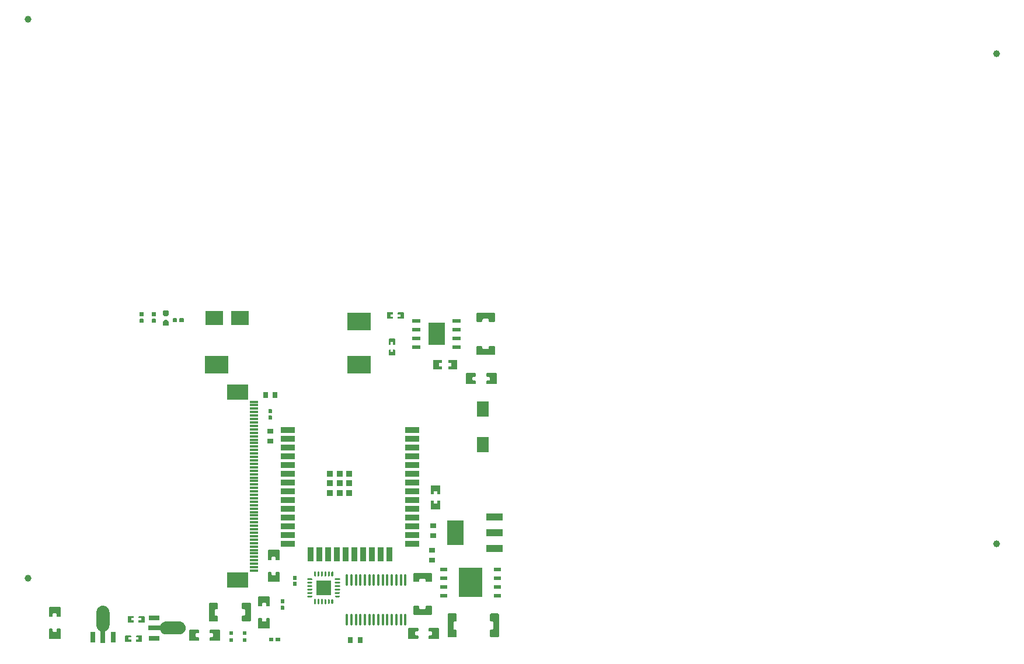
<source format=gtp>
G04 Layer: TopPasteMaskLayer*
G04 EasyEDA Pro v2.1.49.573a4102.674264, 2024-03-06 21:11:32*
G04 Gerber Generator version 0.3*
G04 Scale: 100 percent, Rotated: No, Reflected: No*
G04 Dimensions in millimeters*
G04 Leading zeros omitted, absolute positions, 3 integers and 5 decimals*
G04 Panelize: V-CUT, Column: 2, Row: 2, Board Size: 105.286mm x 50.038mm, Panelized Board Size: 174.323mm x 101.42mm, Panelized Method: Only Board Outline*
%FSLAX35Y35*%
%MOMM*%
%AMOval*1,1,$1,$2,$3*1,1,$1,$4,$5*20,1,$1,$2,$3,$4,$5,0*%
%ADD10C,1.0*%
%ADD11R,1.2X0.3*%
%ADD12R,3.09999X2.3*%
%ADD13R,2.47X0.98001*%
%ADD14R,2.47X3.59999*%
%ADD15R,1.2X0.6*%
%ADD16R,2.4089X3.29999*%
%ADD17R,2.4X3.29999*%
%ADD18R,3.39999X4.29999*%
%ADD19R,1.0X0.6*%
%ADD20R,1.0X0.6*%
%ADD21R,0.67201X1.575*%
%ADD22R,1.575X0.67201*%
%ADD23R,2.1X0.95001*%
%ADD24R,0.95001X2.1*%
%ADD25R,0.9X0.9*%
%ADD26R,3.5X2.5*%
%ADD27R,2.5X2.0*%
%ADD28R,0.9X0.8*%
%ADD29R,0.8X0.9*%
%ADD30R,0.6X0.6*%
%ADD31R,1.7X2.2*%
%ADD32Oval,0.343X0.0X-0.69425X0.0X0.69425*%
G75*


G04 Panelize Start*
G54D10*
G01X1692427Y1012827D03*
G01X15739827Y1512827D03*
G01X1692427Y9129119D03*
G01X15739827Y8629119D03*
G04 Panelize End*

G04 PolygonModel Start*
G36*
G01X5755895Y736139D02*
G02X5755895Y764140I0J14000D01*
G01X5807894D01*
G02Y736139I0J-14000D01*
G01X5755895D01*
G37*
G36*
G01X5755895Y786126D02*
G02X5755895Y814127I0J14000D01*
G01X5807894D01*
G02Y786126I-0J-14000D01*
G01X5755895D01*
G37*
G36*
G01X5755895Y836139D02*
G02X5755895Y864140I0J14000D01*
G01X5807894D01*
G02Y836139I0J-14000D01*
G01X5755895D01*
G37*
G36*
G01X5755895Y886126D02*
G02X5755895Y914127I0J14000D01*
G01X5807894D01*
G02Y886126I-0J-14000D01*
G01X5755895D01*
G37*
G36*
G01X5755895Y936139D02*
G02X5755895Y964140I0J14000D01*
G01X5807894D01*
G02Y936139I-0J-14000D01*
G01X5755895D01*
G37*
G36*
G01X5755895Y986126D02*
G02X5755895Y1014127I0J14000D01*
G01X5807894D01*
G02Y986126I0J-14000D01*
G01X5755895D01*
G37*
G36*
G01X5843688Y1101132D02*
G02X5871689Y1101132I14000J0D01*
G01Y1049133D01*
G02X5843688I-14000J0D01*
G01Y1101132D01*
G37*
G36*
G01X5892888Y1101132D02*
G02X5920889Y1101132I14000J0D01*
G01Y1049133D01*
G02X5892888I-14000J0D01*
G01Y1101132D01*
G37*
G36*
G01X5942900Y1101132D02*
G02X5970901Y1101132I14000J0D01*
G01Y1049133D01*
G02X5942900I-14000J0D01*
G01Y1101132D01*
G37*
G36*
G01X5992887Y1101132D02*
G02X6020888Y1101132I14000J-0D01*
G01Y1049133D01*
G02X5992887I-14000J0D01*
G01Y1101132D01*
G37*
G36*
G01X6042900Y1101132D02*
G02X6070901Y1101132I14000J-0D01*
G01Y1049133D01*
G02X6042900I-14000J0D01*
G01Y1101132D01*
G37*
G36*
G01X6092887Y1101132D02*
G02X6120888Y1101132I14000J-0D01*
G01Y1049133D01*
G02X6092887I-14000J0D01*
G01Y1101132D01*
G37*
G36*
G01X6155894Y986126D02*
G02X6155894Y1014127I0J14000D01*
G01X6207893D01*
G02Y986126I0J-14000D01*
G01X6155894D01*
G37*
G36*
G01X6155894Y936139D02*
G02X6155894Y964140I0J14000D01*
G01X6207893D01*
G02Y936139I-0J-14000D01*
G01X6155894D01*
G37*
G36*
G01X6155894Y886126D02*
G02X6155894Y914127I0J14000D01*
G01X6207893D01*
G02Y886126I-0J-14000D01*
G01X6155894D01*
G37*
G36*
G01X6155894Y836139D02*
G02X6155894Y864140I0J14000D01*
G01X6207893D01*
G02Y836139I0J-14000D01*
G01X6155894D01*
G37*
G36*
G01X6155894Y786126D02*
G02X6155894Y814127I0J14000D01*
G01X6207893D01*
G02Y786126I-0J-14000D01*
G01X6155894D01*
G37*
G36*
G01X6155894Y736139D02*
G02X6155894Y764140I0J14000D01*
G01X6207893D01*
G02Y736139I0J-14000D01*
G01X6155894D01*
G37*
G36*
G01X6092887Y701133D02*
G02X6120888Y701133I14000J-0D01*
G01Y649134D01*
G02X6092887I-14000J0D01*
G01Y701133D01*
G37*
G36*
G01X6042900Y701133D02*
G02X6070901Y701133I14000J-0D01*
G01Y649134D01*
G02X6042900I-14000J0D01*
G01Y701133D01*
G37*
G36*
G01X5992887Y701133D02*
G02X6020888Y701133I14000J-0D01*
G01Y649134D01*
G02X5992887I-14000J0D01*
G01Y701133D01*
G37*
G36*
G01X5942900Y701133D02*
G02X5970901Y701133I14000J0D01*
G01Y649134D01*
G02X5942900I-14000J0D01*
G01Y701133D01*
G37*
G36*
G01X5892888Y701133D02*
G02X5920889Y701133I14000J0D01*
G01Y649134D01*
G02X5892888I-14000J0D01*
G01Y701133D01*
G37*
G36*
G01X5842900Y701133D02*
G02X5870901Y701133I14000J0D01*
G01Y649134D01*
G02X5842900I-14000J0D01*
G01Y701133D01*
G37*
G36*
G01X5875138Y983134D02*
G01X6091140Y983134D01*
G01Y767132D01*
G01X5875138D01*
G01Y983134D01*
G37*
G36*
G01X7505908Y285733D02*
G01X7505908Y252274D01*
G01X7515908Y242274D01*
G01X7546398D01*
G01X7556398Y232274D01*
G01Y197192D01*
G01X7546398Y187192D01*
G01X7515908D01*
G01X7505908Y177192D01*
G01Y143732D01*
G01X7515908Y133732D01*
G01X7644407D01*
G01X7654407Y143732D01*
G01Y285733D01*
G01X7644407Y295733D01*
G01X7515908D01*
G01X7505908Y285733D01*
G37*
G36*
G01X7355906Y285733D02*
G01X7355906Y252274D01*
G01X7345906Y242274D01*
G01X7315416D01*
G01X7305416Y232274D01*
G01Y197192D01*
G01X7315416Y187192D01*
G01X7345906D01*
G01X7355906Y177192D01*
G01Y143732D01*
G01X7345906Y133732D01*
G01X7217407D01*
G01X7207407Y143732D01*
G01Y285733D01*
G01X7217407Y295733D01*
G01X7345906D01*
G01X7355906Y285733D01*
G37*
G36*
G01X7291799Y612399D02*
G01X7360900Y612399D01*
G01X7370900Y602399D01*
G01Y578795D01*
G01X7380900Y568795D01*
G01X7452700D01*
G01X7462700Y578795D01*
G01Y602399D01*
G01X7472700Y612399D01*
G01X7541801D01*
G01X7551801Y602399D01*
G01Y494147D01*
G01X7541801Y484147D01*
G01X7291799D01*
G01X7281799Y494147D01*
G01Y602399D01*
G01X7291799Y612399D01*
G37*
G36*
G01X7291799Y962401D02*
G01X7360900Y962401D01*
G01X7370900Y972401D01*
G01Y996005D01*
G01X7380900Y1006005D01*
G01X7452700D01*
G01X7462700Y996005D01*
G01Y972401D01*
G01X7472700Y962401D01*
G01X7541801D01*
G01X7551801Y972401D01*
G01Y1080653D01*
G01X7541801Y1090653D01*
G01X7291799D01*
G01X7281799Y1080653D01*
G01Y972401D01*
G01X7291799Y962401D01*
G37*
G36*
G01X4797801Y395699D02*
G01X4797801Y464800D01*
G01X4807801Y474800D01*
G01X4831405D01*
G01X4841405Y484800D01*
G01Y556600D01*
G01X4831405Y566600D01*
G01X4807801D01*
G01X4797801Y576600D01*
G01Y645701D01*
G01X4807801Y655701D01*
G01X4916053D01*
G01X4926053Y645701D01*
G01Y395699D01*
G01X4916053Y385699D01*
G01X4807801D01*
G01X4797801Y395699D01*
G37*
G36*
G01X4447799Y395699D02*
G01X4447799Y464800D01*
G01X4437799Y474800D01*
G01X4414195D01*
G01X4404195Y484800D01*
G01Y556600D01*
G01X4414195Y566600D01*
G01X4437799D01*
G01X4447799Y576600D01*
G01Y645701D01*
G01X4437799Y655701D01*
G01X4329547D01*
G01X4319547Y645701D01*
G01Y395699D01*
G01X4329547Y385699D01*
G01X4437799D01*
G01X4447799Y395699D01*
G37*
G36*
G01X4329501Y261501D02*
G01X4329501Y228041D01*
G01X4339501Y218041D01*
G01X4369991D01*
G01X4379991Y208041D01*
G01Y172959D01*
G01X4369991Y162959D01*
G01X4339501D01*
G01X4329501Y152959D01*
G01Y119499D01*
G01X4339501Y109499D01*
G01X4468000D01*
G01X4478000Y119499D01*
G01Y261501D01*
G01X4468000Y271501D01*
G01X4339501D01*
G01X4329501Y261501D01*
G37*
G36*
G01X4179499Y261501D02*
G01X4179499Y228041D01*
G01X4169499Y218041D01*
G01X4139009D01*
G01X4129009Y208041D01*
G01Y172959D01*
G01X4139009Y162959D01*
G01X4169499D01*
G01X4179499Y152959D01*
G01Y119499D01*
G01X4169499Y109499D01*
G01X4041000D01*
G01X4031000Y119499D01*
G01Y261501D01*
G01X4041000Y271501D01*
G01X4169499D01*
G01X4179499Y261501D01*
G37*
G36*
G01X3383402Y464099D02*
G01X3303402Y464099D01*
G01X3298401Y459097D01*
G01Y436301D01*
G01X3335401D01*
G01Y403301D01*
G01X3298401D01*
G01Y379098D01*
G01X3303402Y374099D01*
G01X3383402D01*
G01X3388401Y379098D01*
G01Y459097D01*
G01X3383402Y464099D01*
G37*
G36*
G01X3228401Y459097D02*
G01X3228401Y436301D01*
G01X3190403D01*
G01Y403301D01*
G01X3228401D01*
G01Y379098D01*
G01X3223402Y374099D01*
G01X3144403D01*
G01X3139402Y379098D01*
G01Y459097D01*
G01X3144403Y464099D01*
G01X3223402D01*
G01X3228401Y459097D01*
G37*
G36*
G01X3106298Y94701D02*
G01X3186298Y94701D01*
G01X3191299Y99703D01*
G01Y122499D01*
G01X3154299D01*
G01Y155499D01*
G01X3191299D01*
G01Y179702D01*
G01X3186298Y184701D01*
G01X3106298D01*
G01X3101299Y179702D01*
G01Y99703D01*
G01X3106298Y94701D01*
G37*
G36*
G01X3261299Y99703D02*
G01X3261299Y122499D01*
G01X3299297D01*
G01Y155499D01*
G01X3261299D01*
G01Y179702D01*
G01X3266298Y184701D01*
G01X3345297D01*
G01X3350298Y179702D01*
G01Y99703D01*
G01X3345297Y94701D01*
G01X3266298D01*
G01X3261299Y99703D01*
G37*
G36*
G01X5407302Y653004D02*
G01X5362301Y653004D01*
G01X5357302Y660001D01*
G01Y708002D01*
G01X5362301Y713003D01*
G01X5407302D01*
G01X5412301Y708002D01*
G01Y660001D01*
G01X5407302Y653004D01*
G37*
G36*
G01X5407302Y557002D02*
G01X5362301Y557002D01*
G01X5357302Y562003D01*
G01Y610001D01*
G01X5362301Y617002D01*
G01X5407302D01*
G01X5412301Y610001D01*
G01Y562003D01*
G01X5407302Y557002D01*
G37*
G36*
G01X7142602Y4870999D02*
G01X7062602Y4870999D01*
G01X7057601Y4865997D01*
G01Y4843201D01*
G01X7094601D01*
G01Y4810201D01*
G01X7057601D01*
G01Y4785998D01*
G01X7062602Y4780999D01*
G01X7142602D01*
G01X7147601Y4785998D01*
G01Y4865997D01*
G01X7142602Y4870999D01*
G37*
G36*
G01X6987601Y4865997D02*
G01X6987601Y4843201D01*
G01X6949603D01*
G01Y4810201D01*
G01X6987601D01*
G01Y4785998D01*
G01X6982602Y4780999D01*
G01X6903603D01*
G01X6898602Y4785998D01*
G01Y4865997D01*
G01X6903603Y4870999D01*
G01X6982602D01*
G01X6987601Y4865997D01*
G37*
G36*
G01X3495398Y4782596D02*
G01X3540399Y4782596D01*
G01X3545398Y4775599D01*
G01Y4727598D01*
G01X3540399Y4722597D01*
G01X3495398D01*
G01X3490399Y4727598D01*
G01Y4775599D01*
G01X3495398Y4782596D01*
G37*
G36*
G01X3495398Y4878598D02*
G01X3540399Y4878598D01*
G01X3545398Y4873597D01*
G01Y4825599D01*
G01X3540399Y4818598D01*
G01X3495398D01*
G01X3490399Y4825599D01*
G01Y4873597D01*
G01X3495398Y4878598D01*
G37*
G36*
G01X3681415Y4762739D02*
G01X3709065Y4762739D01*
G01X3738441Y4735319D01*
G01Y4684992D01*
G01X3732040Y4678591D01*
G01X3658441D01*
G01X3652040Y4684992D01*
G01Y4735319D01*
G01X3681415Y4762739D01*
G37*
G36*
G01X3680290Y4814303D02*
G01X3707940Y4814303D01*
G01X3737315Y4841723D01*
G01Y4892050D01*
G01X3730915Y4898451D01*
G01X3657316D01*
G01X3650915Y4892050D01*
G01Y4841723D01*
G01X3680290Y4814303D01*
G37*
G36*
G01X3362561Y4722612D02*
G01X3317568Y4722612D01*
G01X3312561Y4727613D01*
G01Y4775611D01*
G01X3317568Y4782612D01*
G01X3362561D01*
G01X3367568Y4775611D01*
G01Y4727613D01*
G01X3362561Y4722612D01*
G37*
G36*
G01X3362561Y4818614D02*
G01X3317568Y4818614D01*
G01X3312561Y4825611D01*
G01Y4873612D01*
G01X3317568Y4878614D01*
G01X3362561D01*
G01X3367568Y4873612D01*
G01Y4825611D01*
G01X3362561Y4818614D01*
G37*
G36*
G01X8192699Y3840599D02*
G01X8192699Y3874059D01*
G01X8182699Y3884059D01*
G01X8152209D01*
G01X8142209Y3894059D01*
G01Y3929141D01*
G01X8152209Y3939141D01*
G01X8182699D01*
G01X8192699Y3949141D01*
G01Y3982601D01*
G01X8182699Y3992601D01*
G01X8054200D01*
G01X8044200Y3982601D01*
G01Y3840599D01*
G01X8054200Y3830599D01*
G01X8182699D01*
G01X8192699Y3840599D01*
G37*
G36*
G01X8342701Y3840599D02*
G01X8342701Y3874059D01*
G01X8352701Y3884059D01*
G01X8383191D01*
G01X8393191Y3894059D01*
G01Y3929141D01*
G01X8383191Y3939141D01*
G01X8352701D01*
G01X8342701Y3949141D01*
G01Y3982601D01*
G01X8352701Y3992601D01*
G01X8481200D01*
G01X8491200Y3982601D01*
G01Y3840599D01*
G01X8481200Y3830599D01*
G01X8352701D01*
G01X8342701Y3840599D01*
G37*
G36*
G01X8206199Y4384299D02*
G01X8275300Y4384299D01*
G01X8285300Y4374299D01*
G01Y4350695D01*
G01X8295300Y4340695D01*
G01X8367100D01*
G01X8377100Y4350695D01*
G01Y4374299D01*
G01X8387100Y4384299D01*
G01X8456201D01*
G01X8466201Y4374299D01*
G01Y4266047D01*
G01X8456201Y4256047D01*
G01X8206199D01*
G01X8196199Y4266047D01*
G01Y4374299D01*
G01X8206199Y4384299D01*
G37*
G36*
G01X8206199Y4734301D02*
G01X8275300Y4734301D01*
G01X8285300Y4744301D01*
G01Y4767905D01*
G01X8295300Y4777905D01*
G01X8367100D01*
G01X8377100Y4767905D01*
G01Y4744301D01*
G01X8387100Y4734301D01*
G01X8456201D01*
G01X8466201Y4744301D01*
G01Y4852553D01*
G01X8456201Y4862553D01*
G01X8206199D01*
G01X8196199Y4852553D01*
G01Y4744301D01*
G01X8206199Y4734301D01*
G37*
G36*
G01X6927301Y4488302D02*
G01X6927301Y4408302D01*
G01X6932303Y4403301D01*
G01X6955099D01*
G01Y4440301D01*
G01X6988099D01*
G01Y4403301D01*
G01X7012302D01*
G01X7017301Y4408302D01*
G01Y4488302D01*
G01X7012302Y4493301D01*
G01X6932303D01*
G01X6927301Y4488302D01*
G37*
G36*
G01X6932303Y4333301D02*
G01X6955099Y4333301D01*
G01Y4295303D01*
G01X6988099D01*
G01Y4333301D01*
G01X7012302D01*
G01X7017301Y4328302D01*
G01Y4249303D01*
G01X7012302Y4244302D01*
G01X6932303D01*
G01X6927301Y4249303D01*
G01Y4328302D01*
G01X6932303Y4333301D01*
G37*
G36*
G01X5229502Y3408904D02*
G01X5184501Y3408904D01*
G01X5179502Y3415901D01*
G01Y3463902D01*
G01X5184501Y3468903D01*
G01X5229502D01*
G01X5234501Y3463902D01*
G01Y3415901D01*
G01X5229502Y3408904D01*
G37*
G36*
G01X5229502Y3312902D02*
G01X5184501Y3312902D01*
G01X5179502Y3317903D01*
G01Y3365901D01*
G01X5184501Y3372902D01*
G01X5229502D01*
G01X5234501Y3365901D01*
G01Y3317903D01*
G01X5229502Y3312902D01*
G37*
G36*
G01X8395899Y167401D02*
G01X8395899Y261447D01*
G01X8405899Y271447D01*
G01X8429506D01*
G01X8439506Y281447D01*
G01Y378953D01*
G01X8429506Y388953D01*
G01X8405899D01*
G01X8395899Y398953D01*
G01Y492999D01*
G01X8405899Y502999D01*
G01X8514154D01*
G01X8524154Y492999D01*
G01Y167401D01*
G01X8514154Y157401D01*
G01X8405899D01*
G01X8395899Y167401D01*
G37*
G36*
G01X7910901Y167401D02*
G01X7910901Y261447D01*
G01X7900901Y271447D01*
G01X7877294D01*
G01X7867294Y281447D01*
G01Y378953D01*
G01X7877294Y388953D01*
G01X7900901D01*
G01X7910901Y398953D01*
G01Y492999D01*
G01X7900901Y502999D01*
G01X7792646D01*
G01X7782646Y492999D01*
G01Y167401D01*
G01X7792646Y157401D01*
G01X7900901D01*
G01X7910901Y167401D01*
G37*
G36*
G01X5288504Y104498D02*
G01X5288504Y149499D01*
G01X5295501Y154498D01*
G01X5343502D01*
G01X5348503Y149499D01*
G01Y104498D01*
G01X5343502Y99499D01*
G01X5295501D01*
G01X5288504Y104498D01*
G37*
G36*
G01X5192502Y104498D02*
G01X5192502Y149499D01*
G01X5197503Y154498D01*
G01X5245501D01*
G01X5252502Y149499D01*
G01Y104498D01*
G01X5245501Y99499D01*
G01X5197503D01*
G01X5192502Y104498D01*
G37*
G36*
G01X5585600Y991400D02*
G01X5539600Y991400D01*
G01X5535600Y995401D01*
G01Y1045464D01*
G01X5539600Y1049465D01*
G01X5585600D01*
G01X5589600Y1045464D01*
G01Y995401D01*
G01X5585600Y991400D01*
G37*
G36*
G01X5585600Y964400D02*
G01X5539600Y964400D01*
G01X5535600Y960399D01*
G01Y910336D01*
G01X5539600Y906336D01*
G01X5585600D01*
G01X5589600Y910336D01*
G01Y960399D01*
G01X5585600Y964400D01*
G37*
G36*
G01X2006399Y283299D02*
G01X2043425Y283299D01*
G01X2053425Y273299D01*
G01Y242809D01*
G01X2063425Y232809D01*
G01X2102175D01*
G01X2112175Y242809D01*
G01Y273299D01*
G01X2122175Y283299D01*
G01X2159201D01*
G01X2169201Y273299D01*
G01Y144800D01*
G01X2159201Y134800D01*
G01X2006399D01*
G01X1996399Y144800D01*
G01Y273299D01*
G01X2006399Y283299D01*
G37*
G36*
G01X2006399Y453301D02*
G01X2043425Y453301D01*
G01X2053425Y463301D01*
G01Y493791D01*
G01X2063425Y503791D01*
G01X2102175D01*
G01X2112175Y493791D01*
G01Y463301D01*
G01X2122175Y453301D01*
G01X2159201D01*
G01X2169201Y463301D01*
G01Y591800D01*
G01X2159201Y601800D01*
G01X2006399D01*
G01X1996399Y591800D01*
G01Y463301D01*
G01X2006399Y453301D01*
G37*
G36*
G01X5194501Y605701D02*
G01X5157475Y605701D01*
G01X5147475Y615701D01*
G01Y646191D01*
G01X5137475Y656191D01*
G01X5098725D01*
G01X5088725Y646191D01*
G01Y615701D01*
G01X5078725Y605701D01*
G01X5041699D01*
G01X5031699Y615701D01*
G01Y744200D01*
G01X5041699Y754200D01*
G01X5194501D01*
G01X5204501Y744200D01*
G01Y615701D01*
G01X5194501Y605701D01*
G37*
G36*
G01X5194501Y435699D02*
G01X5157475Y435699D01*
G01X5147475Y425699D01*
G01Y395209D01*
G01X5137475Y385209D01*
G01X5098725D01*
G01X5088725Y395209D01*
G01Y425699D01*
G01X5078725Y435699D01*
G01X5041699D01*
G01X5031699Y425699D01*
G01Y297200D01*
G01X5041699Y287200D01*
G01X5194501D01*
G01X5204501Y297200D01*
G01Y425699D01*
G01X5194501Y435699D01*
G37*
G36*
G01X5181399Y1108799D02*
G01X5218425Y1108799D01*
G01X5228425Y1098799D01*
G01Y1068309D01*
G01X5238425Y1058309D01*
G01X5277175D01*
G01X5287175Y1068309D01*
G01Y1098799D01*
G01X5297175Y1108799D01*
G01X5334201D01*
G01X5344201Y1098799D01*
G01Y970300D01*
G01X5334201Y960300D01*
G01X5181399D01*
G01X5171399Y970300D01*
G01Y1098799D01*
G01X5181399Y1108799D01*
G37*
G36*
G01X5181399Y1278801D02*
G01X5218425Y1278801D01*
G01X5228425Y1288801D01*
G01Y1319291D01*
G01X5238425Y1329291D01*
G01X5277175D01*
G01X5287175Y1319291D01*
G01Y1288801D01*
G01X5297175Y1278801D01*
G01X5334201D01*
G01X5344201Y1288801D01*
G01Y1417300D01*
G01X5334201Y1427300D01*
G01X5181399D01*
G01X5171399Y1417300D01*
G01Y1288801D01*
G01X5181399Y1278801D01*
G37*
G36*
G01X7914503Y4176796D02*
G01X7914503Y4048798D01*
G01X7909502Y4043797D01*
G01X7794501D01*
G01X7789502Y4048798D01*
G01X7788999Y4089801D01*
G01X7834000D01*
G01Y4134800D01*
G01X7790000D01*
G01X7789502Y4176796D01*
G01X7794501Y4181798D01*
G01X7909502D01*
G01X7914503Y4176796D01*
G37*
G36*
G01X7699502Y4176796D02*
G01X7699499Y4134800D01*
G01X7655001D01*
G01Y4089801D01*
G01X7698999D01*
G01X7699502Y4048798D01*
G01X7694501Y4043797D01*
G01X7579502D01*
G01X7574501Y4048798D01*
G01Y4176796D01*
G01X7579502Y4181798D01*
G01X7694501D01*
G01X7699502Y4176796D01*
G37*
G36*
G01X7669296Y2016897D02*
G01X7541298Y2016897D01*
G01X7536297Y2021898D01*
G01Y2136899D01*
G01X7541298Y2141898D01*
G01X7582301Y2142401D01*
G01Y2097400D01*
G01X7627300D01*
G01Y2141400D01*
G01X7669296Y2141898D01*
G01X7674298Y2136899D01*
G01Y2021898D01*
G01X7669296Y2016897D01*
G37*
G36*
G01X7669296Y2231898D02*
G01X7627300Y2231901D01*
G01Y2276399D01*
G01X7582301D01*
G01Y2232401D01*
G01X7541298Y2231898D01*
G01X7536297Y2236899D01*
G01Y2351898D01*
G01X7541298Y2356899D01*
G01X7669296D01*
G01X7674298Y2351898D01*
G01Y2236899D01*
G01X7669296Y2231898D01*
G37*
G36*
G01X3855496Y4785002D02*
G01X3855496Y4740001D01*
G01X3848499Y4735002D01*
G01X3800498D01*
G01X3795497Y4740001D01*
G01Y4785002D01*
G01X3800498Y4790001D01*
G01X3848499D01*
G01X3855496Y4785002D01*
G37*
G36*
G01X3951498Y4785002D02*
G01X3951498Y4740001D01*
G01X3946497Y4735002D01*
G01X3898499D01*
G01X3891498Y4740001D01*
G01Y4785002D01*
G01X3898499Y4790001D01*
G01X3946497D01*
G01X3951498Y4785002D01*
G37*
G04 PolygonModel End*

G04 Pad Start*
G54D11*
G01X4971402Y3574491D03*
G01X4971402Y3524504D03*
G01X4971402Y3474491D03*
G01X4971402Y3424504D03*
G01X4971402Y3374492D03*
G01X4971402Y3324504D03*
G01X4971402Y3274492D03*
G01X4971402Y3224505D03*
G01X4971402Y3174492D03*
G01X4971402Y3124505D03*
G01X4971402Y3074492D03*
G01X4971402Y3024505D03*
G01X4971402Y2974492D03*
G01X4971402Y2924505D03*
G01X4971402Y2874493D03*
G01X4971402Y2824505D03*
G01X4971402Y2774493D03*
G01X4971402Y2724506D03*
G01X4971402Y2674493D03*
G01X4971402Y2624506D03*
G01X4971402Y2574493D03*
G01X4971402Y2524506D03*
G01X4971402Y2474493D03*
G01X4971402Y2424506D03*
G01X4971402Y2374494D03*
G01X4971402Y2324506D03*
G01X4971402Y2274494D03*
G01X4971402Y2224507D03*
G01X4971402Y2174494D03*
G01X4971402Y2124507D03*
G01X4971402Y2074494D03*
G01X4971402Y2024507D03*
G01X4971402Y1974494D03*
G01X4971402Y1924507D03*
G01X4971402Y1874495D03*
G01X4971402Y1824507D03*
G01X4971402Y1774495D03*
G01X4971402Y1724508D03*
G01X4971402Y1674495D03*
G01X4971402Y1624508D03*
G01X4971402Y1574495D03*
G01X4971402Y1524508D03*
G01X4971402Y1474495D03*
G01X4971402Y1424508D03*
G01X4971402Y1374496D03*
G01X4971402Y1324508D03*
G01X4971402Y1274496D03*
G01X4971402Y1224509D03*
G01X4971402Y1174496D03*
G01X4971402Y1124509D03*
G54D12*
G01X4731398Y3714496D03*
G01X4731398Y984504D03*
G54D13*
G01X8462289Y1446403D03*
G01X8462289Y1676400D03*
G01X8462289Y1906397D03*
G54D14*
G01X7895311Y1676400D03*
G54D15*
G01X7329170Y4749800D03*
G01X7329170Y4622800D03*
G01X7329170Y4495800D03*
G01X7329170Y4368800D03*
G01X7910830Y4368800D03*
G01X7910830Y4495800D03*
G01X7910830Y4622800D03*
G01X7910830Y4749800D03*
G54D17*
G01X7620000Y4559300D03*
G54D18*
G01X8109149Y952311D03*
G54D19*
G01X7719158Y888811D03*
G01X7719158Y1015811D03*
G01X7719158Y1142811D03*
G01X7719158Y761811D03*
G54D20*
G01X8499141Y1142811D03*
G01X8499141Y761811D03*
G01X8499141Y888811D03*
G01X8499141Y1015811D03*
G54D21*
G01X2631300Y156477D03*
G01X2931300Y156477D03*
G36*
G01X2876283Y520421D02*
G01X2876283Y335001D01*
G01X2876177Y330548D01*
G01X2875864Y326106D01*
G01X2875344Y321681D01*
G01X2874617Y317287D01*
G01X2873682Y312931D01*
G01X2872547Y308625D01*
G01X2871211Y304376D01*
G01X2869677Y300195D01*
G01X2867947Y296090D01*
G01X2866029Y292070D01*
G01X2863924Y288145D01*
G01X2861635Y284323D01*
G01X2859171Y280612D01*
G01X2856537Y277020D01*
G01X2853738Y273558D01*
G01X2850777Y270228D01*
G01X2847665Y267043D01*
G01X2844406Y264005D01*
G01X2841010Y261125D01*
G01X2837482Y258407D01*
G01X2833830Y255857D01*
G01X2830063Y253482D01*
G01X2826187Y251285D01*
G01X2822214Y249271D01*
G01X2814284Y247447D01*
G01Y77714D01*
G01X2748285D01*
G01Y247447D01*
G01X2740350Y249271D01*
G01X2736378Y251285D01*
G01X2732502Y253482D01*
G01X2728735Y255857D01*
G01X2725082Y258407D01*
G01X2721554Y261125D01*
G01X2718158Y264005D01*
G01X2714899Y267043D01*
G01X2711788Y270228D01*
G01X2708826Y273558D01*
G01X2706027Y277020D01*
G01X2703393Y280612D01*
G01X2700929Y284323D01*
G01X2698641Y288145D01*
G01X2696535Y292070D01*
G01X2694617Y296090D01*
G01X2692888Y300195D01*
G01X2691354Y304376D01*
G01X2690017Y308625D01*
G01X2688882Y312931D01*
G01X2687947Y317287D01*
G01X2687221Y321681D01*
G01X2686700Y326106D01*
G01X2686388Y330548D01*
G01X2686281Y335001D01*
G01Y520421D01*
G01X2686388Y524873D01*
G01X2686700Y529316D01*
G01X2687221Y533740D01*
G01X2687947Y538135D01*
G01X2688882Y542491D01*
G01X2690017Y546796D01*
G01X2691354Y551045D01*
G01X2692888Y555226D01*
G01X2694617Y559331D01*
G01X2696535Y563352D01*
G01X2698641Y567276D01*
G01X2700929Y571099D01*
G01X2703393Y574810D01*
G01X2706027Y578401D01*
G01X2708826Y581863D01*
G01X2711788Y585193D01*
G01X2714899Y588378D01*
G01X2718158Y591416D01*
G01X2721554Y594297D01*
G01X2725082Y597014D01*
G01X2728735Y599564D01*
G01X2732502Y601939D01*
G01X2736378Y604136D01*
G01X2740350Y606151D01*
G01X2744414Y607974D01*
G01X2748557Y609608D01*
G01X2752773Y611043D01*
G01X2757053Y612280D01*
G01X2761386Y613313D01*
G01X2765760Y614144D01*
G01X2770172Y614769D01*
G01X2774607Y615185D01*
G01X2779055Y615394D01*
G01X2783510D01*
G01X2787957Y615185D01*
G01X2792392Y614769D01*
G01X2796804Y614144D01*
G01X2801178Y613313D01*
G01X2805511Y612280D01*
G01X2809791Y611043D01*
G01X2814008Y609608D01*
G01X2818150Y607974D01*
G01X2822214Y606151D01*
G01X2826187Y604136D01*
G01X2830063Y601939D01*
G01X2833830Y599564D01*
G01X2837482Y597014D01*
G01X2841010Y594297D01*
G01X2844406Y591416D01*
G01X2847665Y588378D01*
G01X2850777Y585193D01*
G01X2853738Y581863D01*
G01X2856537Y578401D01*
G01X2859171Y574810D01*
G01X2861635Y571099D01*
G01X2863924Y567276D01*
G01X2866029Y563352D01*
G01X2867947Y559331D01*
G01X2869677Y555226D01*
G01X2871211Y551045D01*
G01X2872547Y546796D01*
G01X2873682Y542491D01*
G01X2874617Y538135D01*
G01X2875344Y533740D01*
G01X2875864Y529316D01*
G01X2876177Y524873D01*
G01X2876283Y520421D01*
G37*
G54D22*
G01X3521977Y442100D03*
G01X3521977Y142100D03*
G36*
G01X3885921Y197117D02*
G01X3700501Y197117D01*
G01X3696048Y197223D01*
G01X3691606Y197536D01*
G01X3687181Y198057D01*
G01X3682787Y198783D01*
G01X3678431Y199718D01*
G01X3674125Y200853D01*
G01X3669876Y202189D01*
G01X3665695Y203723D01*
G01X3661590Y205453D01*
G01X3657570Y207371D01*
G01X3653645Y209476D01*
G01X3649823Y211765D01*
G01X3646112Y214229D01*
G01X3642520Y216863D01*
G01X3639058Y219662D01*
G01X3635728Y222623D01*
G01X3632543Y225735D01*
G01X3629505Y228994D01*
G01X3626625Y232390D01*
G01X3623907Y235918D01*
G01X3621357Y239570D01*
G01X3618982Y243337D01*
G01X3616785Y247213D01*
G01X3614771Y251186D01*
G01X3612947Y259116D01*
G01X3443214D01*
G01Y325115D01*
G01X3612947D01*
G01X3614771Y333050D01*
G01X3616785Y337022D01*
G01X3618982Y340898D01*
G01X3621357Y344665D01*
G01X3623907Y348318D01*
G01X3626625Y351846D01*
G01X3629505Y355242D01*
G01X3632543Y358501D01*
G01X3635728Y361612D01*
G01X3639058Y364574D01*
G01X3642520Y367373D01*
G01X3646112Y370007D01*
G01X3649823Y372471D01*
G01X3653645Y374759D01*
G01X3657570Y376865D01*
G01X3661590Y378783D01*
G01X3665695Y380512D01*
G01X3669876Y382046D01*
G01X3674125Y383383D01*
G01X3678431Y384518D01*
G01X3682787Y385453D01*
G01X3687181Y386179D01*
G01X3691606Y386700D01*
G01X3696048Y387012D01*
G01X3700501Y387119D01*
G01X3885921D01*
G01X3890373Y387012D01*
G01X3894816Y386700D01*
G01X3899240Y386179D01*
G01X3903635Y385453D01*
G01X3907991Y384518D01*
G01X3912296Y383383D01*
G01X3916545Y382046D01*
G01X3920726Y380512D01*
G01X3924831Y378783D01*
G01X3928852Y376865D01*
G01X3932776Y374759D01*
G01X3936599Y372471D01*
G01X3940310Y370007D01*
G01X3943901Y367373D01*
G01X3947363Y364574D01*
G01X3950693Y361612D01*
G01X3953878Y358501D01*
G01X3956916Y355242D01*
G01X3959797Y351846D01*
G01X3962514Y348318D01*
G01X3965064Y344665D01*
G01X3967439Y340898D01*
G01X3969636Y337022D01*
G01X3971651Y333050D01*
G01X3973474Y328986D01*
G01X3975108Y324843D01*
G01X3976543Y320627D01*
G01X3977780Y316347D01*
G01X3978813Y312014D01*
G01X3979644Y307640D01*
G01X3980269Y303228D01*
G01X3980685Y298793D01*
G01X3980894Y294345D01*
G01Y289890D01*
G01X3980685Y285443D01*
G01X3980269Y281008D01*
G01X3979644Y276596D01*
G01X3978813Y272222D01*
G01X3977780Y267889D01*
G01X3976543Y263609D01*
G01X3975108Y259392D01*
G01X3973474Y255250D01*
G01X3971651Y251186D01*
G01X3969636Y247213D01*
G01X3967439Y243337D01*
G01X3965064Y239570D01*
G01X3962514Y235918D01*
G01X3959797Y232390D01*
G01X3956916Y228994D01*
G01X3953878Y225735D01*
G01X3950693Y222623D01*
G01X3947363Y219662D01*
G01X3943901Y216863D01*
G01X3940310Y214229D01*
G01X3936599Y211765D01*
G01X3932776Y209476D01*
G01X3928852Y207371D01*
G01X3924831Y205453D01*
G01X3920726Y203723D01*
G01X3916545Y202189D01*
G01X3912296Y200853D01*
G01X3907991Y199718D01*
G01X3903635Y198783D01*
G01X3899240Y198057D01*
G01X3894816Y197536D01*
G01X3890373Y197223D01*
G01X3885921Y197117D01*
G37*
G54D23*
G01X5462689Y3160852D03*
G01X5462689Y3033852D03*
G01X5462689Y2906852D03*
G01X5462689Y2779852D03*
G01X5462689Y2652852D03*
G01X5462689Y2525852D03*
G01X5462689Y2398852D03*
G01X5462689Y2271852D03*
G01X5462689Y2144852D03*
G01X5462689Y2017852D03*
G01X5462689Y1890852D03*
G01X5462689Y1763852D03*
G01X5462689Y1636852D03*
G01X5462689Y1509852D03*
G54D24*
G01X5791213Y1360348D03*
G01X5918213Y1360348D03*
G01X6045213Y1360348D03*
G01X6172213Y1360348D03*
G01X6299213Y1360348D03*
G01X6426213Y1360348D03*
G01X6553213Y1360348D03*
G01X6680213Y1360348D03*
G01X6807213Y1360348D03*
G01X6934213Y1360348D03*
G54D23*
G01X7262711Y1509852D03*
G01X7262711Y1636852D03*
G01X7262711Y1763852D03*
G01X7262711Y1890852D03*
G01X7262711Y2017852D03*
G01X7262711Y2144852D03*
G01X7262711Y2271852D03*
G01X7262711Y2398852D03*
G01X7262711Y2525852D03*
G01X7262711Y2652852D03*
G01X7262711Y2779852D03*
G01X7262711Y2906852D03*
G01X7262711Y3033852D03*
G01X7262711Y3160852D03*
G54D25*
G01X6212675Y2392756D03*
G01X6072696Y2392756D03*
G01X6352705Y2392756D03*
G01X6352705Y2532761D03*
G01X6212700Y2532761D03*
G01X6072696Y2532761D03*
G01X6072696Y2252751D03*
G01X6212700Y2252751D03*
G01X6352705Y2252751D03*
G54D26*
G01X6497100Y4112700D03*
G01X6497100Y4737700D03*
G01X4427100Y4112700D03*
G54D27*
G01X4393100Y4787700D03*
G01X4768100Y4787700D03*
G54D28*
G01X5207000Y3003398D03*
G01X5207000Y3143402D03*
G01X7569200Y1631798D03*
G01X7569200Y1771802D03*
G01X7553303Y1277845D03*
G01X7553303Y1417850D03*
G54D29*
G01X6508902Y114300D03*
G01X6368898Y114300D03*
G54D30*
G01X4836599Y217602D03*
G01X4637603Y217602D03*
G01X4637603Y112598D03*
G01X4836599Y112598D03*
G54D31*
G01X8293100Y2956560D03*
G01X8293100Y3469640D03*
G54D29*
G01X5277002Y3670300D03*
G01X5136998Y3670300D03*
G54D32*
G01X7166204Y985076D03*
G01X7101205Y985076D03*
G01X7036206Y985076D03*
G01X6971208Y985076D03*
G01X6906209Y985076D03*
G01X6841211Y985076D03*
G01X6776187Y985076D03*
G01X6711188Y985076D03*
G01X6646189Y985076D03*
G01X6581191Y985076D03*
G01X6516192Y985076D03*
G01X6451194Y985076D03*
G01X6386195Y985076D03*
G01X6321196Y985076D03*
G01X7166204Y411925D03*
G01X7101205Y411925D03*
G01X7036206Y411925D03*
G01X6971208Y411925D03*
G01X6906209Y411925D03*
G01X6841211Y411925D03*
G01X6776187Y411925D03*
G01X6711188Y411925D03*
G01X6646189Y411925D03*
G01X6581191Y411925D03*
G01X6516192Y411925D03*
G01X6451194Y411925D03*
G01X6386195Y411925D03*
G01X6321196Y411925D03*
G04 Pad End*

M02*

</source>
